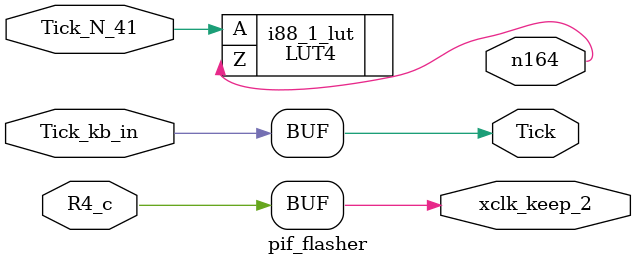
<source format=v>

module RTC (GSRn, LEDR, LEDG, R0, R1, R4);   // d:/dev/pif7000_rtc/hdl/rtc.vhd(32[8:11])
    input GSRn /* synthesis black_box_pad_pin=1 */ ;   // d:/dev/pif7000_rtc/hdl/rtc.vhd(35[3:7])
    output LEDR /* synthesis black_box_pad_pin=1 */ ;   // d:/dev/pif7000_rtc/hdl/rtc.vhd(36[3:7])
    output LEDG;   // d:/dev/pif7000_rtc/hdl/rtc.vhd(37[3:7])
    output R0;   // d:/dev/pif7000_rtc/hdl/rtc.vhd(38[3:5])
    output R1;   // d:/dev/pif7000_rtc/hdl/rtc.vhd(39[3:5])
    output R4;   // d:/dev/pif7000_rtc/hdl/rtc.vhd(40[3:5])
    
    wire R4_c /* synthesis SET_AS_NETWORK=R4_c, is_clock=1 */ ;   // d:/dev/pif7000_rtc/hdl/rtc.vhd(40[3:5])
    wire GSRnX /* synthesis pullmode="UP" */ ;   // d:/dev/pif7000_rtc/hdl/rtc.vhd(80[8:13])
    
    wire R0_c, R1_c, red_flash, green_flash, GND_net, VCC_net;
    
    GSR GSR_INST (.GSR(GSRnX)) /* synthesis syn_black_box=true, syn_noprune=1, syn_instantiated=1 */ ;   // d:/dev/pif7000_rtc/hdl/rtc.vhd(98[11:14])
    OB REDL (.I(red_flash), .O(LEDR)) /* synthesis syn_black_box=true, syn_instantiated=1 */ ;   // d:/dev/pif7000_rtc/hdl/rtc.vhd(128[7:9])
    OB GRNL (.I(green_flash), .O(LEDG)) /* synthesis syn_black_box=true, syn_instantiated=1 */ ;   // d:/dev/pif7000_rtc/hdl/rtc.vhd(129[7:9])
    IB IBgsr (.I(GSRn), .O(GSRnX)) /* synthesis syn_black_box=true, syn_instantiated=1 */ ;   // d:/dev/pif7000_rtc/hdl/rtc.vhd(97[11:13])
    OB R4_pad (.I(R4_c), .O(R4));   // d:/dev/pif7000_rtc/hdl/rtc.vhd(40[3:5])
    OB R1_pad (.I(R1_c), .O(R1));   // d:/dev/pif7000_rtc/hdl/rtc.vhd(39[3:5])
    OB R0_pad (.I(R0_c), .O(R0));   // d:/dev/pif7000_rtc/hdl/rtc.vhd(38[3:5])
    PUR PUR_INST (.PUR(VCC_net));
    defparam PUR_INST.RST_PULSE = 1;
    VLO i1 (.Z(GND_net));
    TSALL TSALL_INST (.TSALL(GND_net));
    PIF_RTC comp_PIF_RTC (.R0_c(R0_c), .R4_c(R4_c), .R1_c(R1_c), .GND_net(GND_net));   // d:/dev/pif7000_rtc/hdl/rtc.vhd(116[16:23])
    pif_flasher_U0 F (.GND_net(GND_net), .R4_c(R4_c), .red_flash(red_flash), 
            .green_flash(green_flash));   // d:/dev/pif7000_rtc/hdl/rtc.vhd(105[5:16])
    VHI i179 (.Z(VCC_net));
    
endmodule
//
// Verilog Description of module PUR
// module not written out since it is a black-box. 
//

//
// Verilog Description of module TSALL
// module not written out since it is a black-box. 
//

//
// Verilog Description of module PIF_RTC
//

module PIF_RTC (R0_c, R4_c, R1_c, GND_net);
    output R0_c;
    input R4_c;
    output R1_c;
    input GND_net;
    
    wire R4_c /* synthesis SET_AS_NETWORK=R4_c, is_clock=1 */ ;   // d:/dev/pif7000_rtc/hdl/rtc.vhd(40[3:5])
    wire [23:0]one_sec_cnt;   // d:/dev/pif7000_rtc/hdl/pif_rtc.vhd(61[8:19])
    
    wire n17, PPS_P_N_131, PPS_R_N_132, n163;
    wire [23:0]n101;
    
    wire n208, n207, n206, n205, n204, n203, n24, n202, n201, 
        n200, n199, n18, n198, n197, n26, n22, n265, n15, 
        n16;
    
    LUT4 i7_4_lut (.A(one_sec_cnt[12]), .B(one_sec_cnt[22]), .C(one_sec_cnt[23]), 
         .D(one_sec_cnt[13]), .Z(n17)) /* synthesis lut_function=(A (B (C (D)))) */ ;
    defparam i7_4_lut.init = 16'h8000;
    FD1S3AX pps_p_sig_19 (.D(PPS_P_N_131), .CK(R4_c), .Q(R0_c)) /* synthesis LSE_LINE_FILE_ID=22, LSE_LCOL=16, LSE_RCOL=23, LSE_LLINE=116, LSE_RLINE=116 */ ;   // d:/dev/pif7000_rtc/hdl/pif_rtc.vhd(71[2] 82[9])
    defparam pps_p_sig_19.GSR = "ENABLED";
    FD1S3AX pps_r_sig_20 (.D(PPS_R_N_132), .CK(R4_c), .Q(R1_c)) /* synthesis LSE_LINE_FILE_ID=22, LSE_LCOL=16, LSE_RCOL=23, LSE_LLINE=116, LSE_RLINE=116 */ ;   // d:/dev/pif7000_rtc/hdl/pif_rtc.vhd(71[2] 82[9])
    defparam pps_r_sig_20.GSR = "ENABLED";
    FD1S3IX one_sec_cnt_15__i0 (.D(n101[0]), .CK(R4_c), .CD(n163), .Q(one_sec_cnt[0])) /* synthesis syn_use_carry_chain=1 */ ;   // C:/lscc/diamond/3.7_x64/ispfpga/vhdl_packages/numeric_std.vhd(1241[12:13])
    defparam one_sec_cnt_15__i0.GSR = "ENABLED";
    CCU2D one_sec_cnt_15_add_4_25 (.A0(one_sec_cnt[23]), .B0(GND_net), .C0(GND_net), 
          .D0(GND_net), .A1(GND_net), .B1(GND_net), .C1(GND_net), .D1(GND_net), 
          .CIN(n208), .S0(n101[23]));   // C:/lscc/diamond/3.7_x64/ispfpga/vhdl_packages/numeric_std.vhd(1241[12:13])
    defparam one_sec_cnt_15_add_4_25.INIT0 = 16'hfaaa;
    defparam one_sec_cnt_15_add_4_25.INIT1 = 16'h0000;
    defparam one_sec_cnt_15_add_4_25.INJECT1_0 = "NO";
    defparam one_sec_cnt_15_add_4_25.INJECT1_1 = "NO";
    CCU2D one_sec_cnt_15_add_4_23 (.A0(one_sec_cnt[21]), .B0(GND_net), .C0(GND_net), 
          .D0(GND_net), .A1(one_sec_cnt[22]), .B1(GND_net), .C1(GND_net), 
          .D1(GND_net), .CIN(n207), .COUT(n208), .S0(n101[21]), .S1(n101[22]));   // C:/lscc/diamond/3.7_x64/ispfpga/vhdl_packages/numeric_std.vhd(1241[12:13])
    defparam one_sec_cnt_15_add_4_23.INIT0 = 16'hfaaa;
    defparam one_sec_cnt_15_add_4_23.INIT1 = 16'hfaaa;
    defparam one_sec_cnt_15_add_4_23.INJECT1_0 = "NO";
    defparam one_sec_cnt_15_add_4_23.INJECT1_1 = "NO";
    CCU2D one_sec_cnt_15_add_4_21 (.A0(one_sec_cnt[19]), .B0(GND_net), .C0(GND_net), 
          .D0(GND_net), .A1(one_sec_cnt[20]), .B1(GND_net), .C1(GND_net), 
          .D1(GND_net), .CIN(n206), .COUT(n207), .S0(n101[19]), .S1(n101[20]));   // C:/lscc/diamond/3.7_x64/ispfpga/vhdl_packages/numeric_std.vhd(1241[12:13])
    defparam one_sec_cnt_15_add_4_21.INIT0 = 16'hfaaa;
    defparam one_sec_cnt_15_add_4_21.INIT1 = 16'hfaaa;
    defparam one_sec_cnt_15_add_4_21.INJECT1_0 = "NO";
    defparam one_sec_cnt_15_add_4_21.INJECT1_1 = "NO";
    CCU2D one_sec_cnt_15_add_4_19 (.A0(one_sec_cnt[17]), .B0(GND_net), .C0(GND_net), 
          .D0(GND_net), .A1(one_sec_cnt[18]), .B1(GND_net), .C1(GND_net), 
          .D1(GND_net), .CIN(n205), .COUT(n206), .S0(n101[17]), .S1(n101[18]));   // C:/lscc/diamond/3.7_x64/ispfpga/vhdl_packages/numeric_std.vhd(1241[12:13])
    defparam one_sec_cnt_15_add_4_19.INIT0 = 16'hfaaa;
    defparam one_sec_cnt_15_add_4_19.INIT1 = 16'hfaaa;
    defparam one_sec_cnt_15_add_4_19.INJECT1_0 = "NO";
    defparam one_sec_cnt_15_add_4_19.INJECT1_1 = "NO";
    CCU2D one_sec_cnt_15_add_4_17 (.A0(one_sec_cnt[15]), .B0(GND_net), .C0(GND_net), 
          .D0(GND_net), .A1(one_sec_cnt[16]), .B1(GND_net), .C1(GND_net), 
          .D1(GND_net), .CIN(n204), .COUT(n205), .S0(n101[15]), .S1(n101[16]));   // C:/lscc/diamond/3.7_x64/ispfpga/vhdl_packages/numeric_std.vhd(1241[12:13])
    defparam one_sec_cnt_15_add_4_17.INIT0 = 16'hfaaa;
    defparam one_sec_cnt_15_add_4_17.INIT1 = 16'hfaaa;
    defparam one_sec_cnt_15_add_4_17.INJECT1_0 = "NO";
    defparam one_sec_cnt_15_add_4_17.INJECT1_1 = "NO";
    CCU2D one_sec_cnt_15_add_4_15 (.A0(one_sec_cnt[13]), .B0(GND_net), .C0(GND_net), 
          .D0(GND_net), .A1(one_sec_cnt[14]), .B1(GND_net), .C1(GND_net), 
          .D1(GND_net), .CIN(n203), .COUT(n204), .S0(n101[13]), .S1(n101[14]));   // C:/lscc/diamond/3.7_x64/ispfpga/vhdl_packages/numeric_std.vhd(1241[12:13])
    defparam one_sec_cnt_15_add_4_15.INIT0 = 16'hfaaa;
    defparam one_sec_cnt_15_add_4_15.INIT1 = 16'hfaaa;
    defparam one_sec_cnt_15_add_4_15.INJECT1_0 = "NO";
    defparam one_sec_cnt_15_add_4_15.INJECT1_1 = "NO";
    LUT4 i10_4_lut (.A(one_sec_cnt[6]), .B(one_sec_cnt[10]), .C(one_sec_cnt[20]), 
         .D(one_sec_cnt[21]), .Z(n24)) /* synthesis lut_function=(A+(B+(C+(D)))) */ ;   // d:/dev/pif7000_rtc/hdl/pif_rtc.vhd(77[7:35])
    defparam i10_4_lut.init = 16'hfffe;
    CCU2D one_sec_cnt_15_add_4_13 (.A0(one_sec_cnt[11]), .B0(GND_net), .C0(GND_net), 
          .D0(GND_net), .A1(one_sec_cnt[12]), .B1(GND_net), .C1(GND_net), 
          .D1(GND_net), .CIN(n202), .COUT(n203), .S0(n101[11]), .S1(n101[12]));   // C:/lscc/diamond/3.7_x64/ispfpga/vhdl_packages/numeric_std.vhd(1241[12:13])
    defparam one_sec_cnt_15_add_4_13.INIT0 = 16'hfaaa;
    defparam one_sec_cnt_15_add_4_13.INIT1 = 16'hfaaa;
    defparam one_sec_cnt_15_add_4_13.INJECT1_0 = "NO";
    defparam one_sec_cnt_15_add_4_13.INJECT1_1 = "NO";
    CCU2D one_sec_cnt_15_add_4_11 (.A0(one_sec_cnt[9]), .B0(GND_net), .C0(GND_net), 
          .D0(GND_net), .A1(one_sec_cnt[10]), .B1(GND_net), .C1(GND_net), 
          .D1(GND_net), .CIN(n201), .COUT(n202), .S0(n101[9]), .S1(n101[10]));   // C:/lscc/diamond/3.7_x64/ispfpga/vhdl_packages/numeric_std.vhd(1241[12:13])
    defparam one_sec_cnt_15_add_4_11.INIT0 = 16'hfaaa;
    defparam one_sec_cnt_15_add_4_11.INIT1 = 16'hfaaa;
    defparam one_sec_cnt_15_add_4_11.INJECT1_0 = "NO";
    defparam one_sec_cnt_15_add_4_11.INJECT1_1 = "NO";
    CCU2D one_sec_cnt_15_add_4_9 (.A0(one_sec_cnt[7]), .B0(GND_net), .C0(GND_net), 
          .D0(GND_net), .A1(one_sec_cnt[8]), .B1(GND_net), .C1(GND_net), 
          .D1(GND_net), .CIN(n200), .COUT(n201), .S0(n101[7]), .S1(n101[8]));   // C:/lscc/diamond/3.7_x64/ispfpga/vhdl_packages/numeric_std.vhd(1241[12:13])
    defparam one_sec_cnt_15_add_4_9.INIT0 = 16'hfaaa;
    defparam one_sec_cnt_15_add_4_9.INIT1 = 16'hfaaa;
    defparam one_sec_cnt_15_add_4_9.INJECT1_0 = "NO";
    defparam one_sec_cnt_15_add_4_9.INJECT1_1 = "NO";
    CCU2D one_sec_cnt_15_add_4_7 (.A0(one_sec_cnt[5]), .B0(GND_net), .C0(GND_net), 
          .D0(GND_net), .A1(one_sec_cnt[6]), .B1(GND_net), .C1(GND_net), 
          .D1(GND_net), .CIN(n199), .COUT(n200), .S0(n101[5]), .S1(n101[6]));   // C:/lscc/diamond/3.7_x64/ispfpga/vhdl_packages/numeric_std.vhd(1241[12:13])
    defparam one_sec_cnt_15_add_4_7.INIT0 = 16'hfaaa;
    defparam one_sec_cnt_15_add_4_7.INIT1 = 16'hfaaa;
    defparam one_sec_cnt_15_add_4_7.INJECT1_0 = "NO";
    defparam one_sec_cnt_15_add_4_7.INJECT1_1 = "NO";
    LUT4 i4_2_lut (.A(one_sec_cnt[18]), .B(one_sec_cnt[1]), .Z(n18)) /* synthesis lut_function=(A+(B)) */ ;   // d:/dev/pif7000_rtc/hdl/pif_rtc.vhd(77[7:35])
    defparam i4_2_lut.init = 16'heeee;
    CCU2D one_sec_cnt_15_add_4_5 (.A0(one_sec_cnt[3]), .B0(GND_net), .C0(GND_net), 
          .D0(GND_net), .A1(one_sec_cnt[4]), .B1(GND_net), .C1(GND_net), 
          .D1(GND_net), .CIN(n198), .COUT(n199), .S0(n101[3]), .S1(n101[4]));   // C:/lscc/diamond/3.7_x64/ispfpga/vhdl_packages/numeric_std.vhd(1241[12:13])
    defparam one_sec_cnt_15_add_4_5.INIT0 = 16'hfaaa;
    defparam one_sec_cnt_15_add_4_5.INIT1 = 16'hfaaa;
    defparam one_sec_cnt_15_add_4_5.INJECT1_0 = "NO";
    defparam one_sec_cnt_15_add_4_5.INJECT1_1 = "NO";
    CCU2D one_sec_cnt_15_add_4_3 (.A0(one_sec_cnt[1]), .B0(GND_net), .C0(GND_net), 
          .D0(GND_net), .A1(one_sec_cnt[2]), .B1(GND_net), .C1(GND_net), 
          .D1(GND_net), .CIN(n197), .COUT(n198), .S0(n101[1]), .S1(n101[2]));   // C:/lscc/diamond/3.7_x64/ispfpga/vhdl_packages/numeric_std.vhd(1241[12:13])
    defparam one_sec_cnt_15_add_4_3.INIT0 = 16'hfaaa;
    defparam one_sec_cnt_15_add_4_3.INIT1 = 16'hfaaa;
    defparam one_sec_cnt_15_add_4_3.INJECT1_0 = "NO";
    defparam one_sec_cnt_15_add_4_3.INJECT1_1 = "NO";
    LUT4 i1_2_lut (.A(R1_c), .B(n163), .Z(PPS_R_N_132)) /* synthesis lut_function=(!(A (B)+!A !(B))) */ ;
    defparam i1_2_lut.init = 16'h6666;
    LUT4 i165_4_lut (.A(one_sec_cnt[9]), .B(n26), .C(n22), .D(one_sec_cnt[11]), 
         .Z(n265)) /* synthesis lut_function=(!(A+(B+(C+(D))))) */ ;   // d:/dev/pif7000_rtc/hdl/pif_rtc.vhd(77[7:35])
    defparam i165_4_lut.init = 16'h0001;
    LUT4 i5_2_lut (.A(one_sec_cnt[15]), .B(one_sec_cnt[19]), .Z(n15)) /* synthesis lut_function=(A (B)) */ ;
    defparam i5_2_lut.init = 16'h8888;
    LUT4 i6_4_lut (.A(one_sec_cnt[14]), .B(one_sec_cnt[5]), .C(one_sec_cnt[17]), 
         .D(one_sec_cnt[8]), .Z(n16)) /* synthesis lut_function=(A (B (C (D)))) */ ;
    defparam i6_4_lut.init = 16'h8000;
    LUT4 i12_4_lut (.A(one_sec_cnt[2]), .B(n24), .C(n18), .D(one_sec_cnt[4]), 
         .Z(n26)) /* synthesis lut_function=(A+(B+(C+(D)))) */ ;   // d:/dev/pif7000_rtc/hdl/pif_rtc.vhd(77[7:35])
    defparam i12_4_lut.init = 16'hfffe;
    LUT4 i8_4_lut (.A(one_sec_cnt[7]), .B(one_sec_cnt[0]), .C(one_sec_cnt[3]), 
         .D(one_sec_cnt[16]), .Z(n22)) /* synthesis lut_function=(A+(B+(C+(D)))) */ ;   // d:/dev/pif7000_rtc/hdl/pif_rtc.vhd(77[7:35])
    defparam i8_4_lut.init = 16'hfffe;
    LUT4 i1_2_lut_adj_9 (.A(R0_c), .B(n163), .Z(PPS_P_N_131)) /* synthesis lut_function=(!(A (B)+!A !(B))) */ ;
    defparam i1_2_lut_adj_9.init = 16'h6666;
    FD1S3IX one_sec_cnt_15__i23 (.D(n101[23]), .CK(R4_c), .CD(n163), .Q(one_sec_cnt[23])) /* synthesis syn_use_carry_chain=1 */ ;   // C:/lscc/diamond/3.7_x64/ispfpga/vhdl_packages/numeric_std.vhd(1241[12:13])
    defparam one_sec_cnt_15__i23.GSR = "ENABLED";
    FD1S3IX one_sec_cnt_15__i22 (.D(n101[22]), .CK(R4_c), .CD(n163), .Q(one_sec_cnt[22])) /* synthesis syn_use_carry_chain=1 */ ;   // C:/lscc/diamond/3.7_x64/ispfpga/vhdl_packages/numeric_std.vhd(1241[12:13])
    defparam one_sec_cnt_15__i22.GSR = "ENABLED";
    FD1S3IX one_sec_cnt_15__i21 (.D(n101[21]), .CK(R4_c), .CD(n163), .Q(one_sec_cnt[21])) /* synthesis syn_use_carry_chain=1 */ ;   // C:/lscc/diamond/3.7_x64/ispfpga/vhdl_packages/numeric_std.vhd(1241[12:13])
    defparam one_sec_cnt_15__i21.GSR = "ENABLED";
    FD1S3IX one_sec_cnt_15__i20 (.D(n101[20]), .CK(R4_c), .CD(n163), .Q(one_sec_cnt[20])) /* synthesis syn_use_carry_chain=1 */ ;   // C:/lscc/diamond/3.7_x64/ispfpga/vhdl_packages/numeric_std.vhd(1241[12:13])
    defparam one_sec_cnt_15__i20.GSR = "ENABLED";
    FD1S3IX one_sec_cnt_15__i19 (.D(n101[19]), .CK(R4_c), .CD(n163), .Q(one_sec_cnt[19])) /* synthesis syn_use_carry_chain=1 */ ;   // C:/lscc/diamond/3.7_x64/ispfpga/vhdl_packages/numeric_std.vhd(1241[12:13])
    defparam one_sec_cnt_15__i19.GSR = "ENABLED";
    FD1S3IX one_sec_cnt_15__i18 (.D(n101[18]), .CK(R4_c), .CD(n163), .Q(one_sec_cnt[18])) /* synthesis syn_use_carry_chain=1 */ ;   // C:/lscc/diamond/3.7_x64/ispfpga/vhdl_packages/numeric_std.vhd(1241[12:13])
    defparam one_sec_cnt_15__i18.GSR = "ENABLED";
    FD1S3IX one_sec_cnt_15__i17 (.D(n101[17]), .CK(R4_c), .CD(n163), .Q(one_sec_cnt[17])) /* synthesis syn_use_carry_chain=1 */ ;   // C:/lscc/diamond/3.7_x64/ispfpga/vhdl_packages/numeric_std.vhd(1241[12:13])
    defparam one_sec_cnt_15__i17.GSR = "ENABLED";
    FD1S3IX one_sec_cnt_15__i16 (.D(n101[16]), .CK(R4_c), .CD(n163), .Q(one_sec_cnt[16])) /* synthesis syn_use_carry_chain=1 */ ;   // C:/lscc/diamond/3.7_x64/ispfpga/vhdl_packages/numeric_std.vhd(1241[12:13])
    defparam one_sec_cnt_15__i16.GSR = "ENABLED";
    FD1S3IX one_sec_cnt_15__i15 (.D(n101[15]), .CK(R4_c), .CD(n163), .Q(one_sec_cnt[15])) /* synthesis syn_use_carry_chain=1 */ ;   // C:/lscc/diamond/3.7_x64/ispfpga/vhdl_packages/numeric_std.vhd(1241[12:13])
    defparam one_sec_cnt_15__i15.GSR = "ENABLED";
    FD1S3IX one_sec_cnt_15__i14 (.D(n101[14]), .CK(R4_c), .CD(n163), .Q(one_sec_cnt[14])) /* synthesis syn_use_carry_chain=1 */ ;   // C:/lscc/diamond/3.7_x64/ispfpga/vhdl_packages/numeric_std.vhd(1241[12:13])
    defparam one_sec_cnt_15__i14.GSR = "ENABLED";
    FD1S3IX one_sec_cnt_15__i13 (.D(n101[13]), .CK(R4_c), .CD(n163), .Q(one_sec_cnt[13])) /* synthesis syn_use_carry_chain=1 */ ;   // C:/lscc/diamond/3.7_x64/ispfpga/vhdl_packages/numeric_std.vhd(1241[12:13])
    defparam one_sec_cnt_15__i13.GSR = "ENABLED";
    FD1S3IX one_sec_cnt_15__i12 (.D(n101[12]), .CK(R4_c), .CD(n163), .Q(one_sec_cnt[12])) /* synthesis syn_use_carry_chain=1 */ ;   // C:/lscc/diamond/3.7_x64/ispfpga/vhdl_packages/numeric_std.vhd(1241[12:13])
    defparam one_sec_cnt_15__i12.GSR = "ENABLED";
    FD1S3IX one_sec_cnt_15__i11 (.D(n101[11]), .CK(R4_c), .CD(n163), .Q(one_sec_cnt[11])) /* synthesis syn_use_carry_chain=1 */ ;   // C:/lscc/diamond/3.7_x64/ispfpga/vhdl_packages/numeric_std.vhd(1241[12:13])
    defparam one_sec_cnt_15__i11.GSR = "ENABLED";
    FD1S3IX one_sec_cnt_15__i10 (.D(n101[10]), .CK(R4_c), .CD(n163), .Q(one_sec_cnt[10])) /* synthesis syn_use_carry_chain=1 */ ;   // C:/lscc/diamond/3.7_x64/ispfpga/vhdl_packages/numeric_std.vhd(1241[12:13])
    defparam one_sec_cnt_15__i10.GSR = "ENABLED";
    FD1S3IX one_sec_cnt_15__i9 (.D(n101[9]), .CK(R4_c), .CD(n163), .Q(one_sec_cnt[9])) /* synthesis syn_use_carry_chain=1 */ ;   // C:/lscc/diamond/3.7_x64/ispfpga/vhdl_packages/numeric_std.vhd(1241[12:13])
    defparam one_sec_cnt_15__i9.GSR = "ENABLED";
    FD1S3IX one_sec_cnt_15__i8 (.D(n101[8]), .CK(R4_c), .CD(n163), .Q(one_sec_cnt[8])) /* synthesis syn_use_carry_chain=1 */ ;   // C:/lscc/diamond/3.7_x64/ispfpga/vhdl_packages/numeric_std.vhd(1241[12:13])
    defparam one_sec_cnt_15__i8.GSR = "ENABLED";
    FD1S3IX one_sec_cnt_15__i7 (.D(n101[7]), .CK(R4_c), .CD(n163), .Q(one_sec_cnt[7])) /* synthesis syn_use_carry_chain=1 */ ;   // C:/lscc/diamond/3.7_x64/ispfpga/vhdl_packages/numeric_std.vhd(1241[12:13])
    defparam one_sec_cnt_15__i7.GSR = "ENABLED";
    FD1S3IX one_sec_cnt_15__i6 (.D(n101[6]), .CK(R4_c), .CD(n163), .Q(one_sec_cnt[6])) /* synthesis syn_use_carry_chain=1 */ ;   // C:/lscc/diamond/3.7_x64/ispfpga/vhdl_packages/numeric_std.vhd(1241[12:13])
    defparam one_sec_cnt_15__i6.GSR = "ENABLED";
    FD1S3IX one_sec_cnt_15__i5 (.D(n101[5]), .CK(R4_c), .CD(n163), .Q(one_sec_cnt[5])) /* synthesis syn_use_carry_chain=1 */ ;   // C:/lscc/diamond/3.7_x64/ispfpga/vhdl_packages/numeric_std.vhd(1241[12:13])
    defparam one_sec_cnt_15__i5.GSR = "ENABLED";
    FD1S3IX one_sec_cnt_15__i4 (.D(n101[4]), .CK(R4_c), .CD(n163), .Q(one_sec_cnt[4])) /* synthesis syn_use_carry_chain=1 */ ;   // C:/lscc/diamond/3.7_x64/ispfpga/vhdl_packages/numeric_std.vhd(1241[12:13])
    defparam one_sec_cnt_15__i4.GSR = "ENABLED";
    FD1S3IX one_sec_cnt_15__i3 (.D(n101[3]), .CK(R4_c), .CD(n163), .Q(one_sec_cnt[3])) /* synthesis syn_use_carry_chain=1 */ ;   // C:/lscc/diamond/3.7_x64/ispfpga/vhdl_packages/numeric_std.vhd(1241[12:13])
    defparam one_sec_cnt_15__i3.GSR = "ENABLED";
    FD1S3IX one_sec_cnt_15__i2 (.D(n101[2]), .CK(R4_c), .CD(n163), .Q(one_sec_cnt[2])) /* synthesis syn_use_carry_chain=1 */ ;   // C:/lscc/diamond/3.7_x64/ispfpga/vhdl_packages/numeric_std.vhd(1241[12:13])
    defparam one_sec_cnt_15__i2.GSR = "ENABLED";
    FD1S3IX one_sec_cnt_15__i1 (.D(n101[1]), .CK(R4_c), .CD(n163), .Q(one_sec_cnt[1])) /* synthesis syn_use_carry_chain=1 */ ;   // C:/lscc/diamond/3.7_x64/ispfpga/vhdl_packages/numeric_std.vhd(1241[12:13])
    defparam one_sec_cnt_15__i1.GSR = "ENABLED";
    LUT4 i166_4_lut (.A(n17), .B(n265), .C(n15), .D(n16), .Z(n163)) /* synthesis lut_function=(A (B (C (D)))) */ ;   // d:/dev/pif7000_rtc/hdl/pif_rtc.vhd(77[7:35])
    defparam i166_4_lut.init = 16'h8000;
    CCU2D one_sec_cnt_15_add_4_1 (.A0(GND_net), .B0(GND_net), .C0(GND_net), 
          .D0(GND_net), .A1(one_sec_cnt[0]), .B1(GND_net), .C1(GND_net), 
          .D1(GND_net), .COUT(n197), .S1(n101[0]));   // C:/lscc/diamond/3.7_x64/ispfpga/vhdl_packages/numeric_std.vhd(1241[12:13])
    defparam one_sec_cnt_15_add_4_1.INIT0 = 16'hF000;
    defparam one_sec_cnt_15_add_4_1.INIT1 = 16'h0555;
    defparam one_sec_cnt_15_add_4_1.INJECT1_0 = "NO";
    defparam one_sec_cnt_15_add_4_1.INJECT1_1 = "NO";
    
endmodule
//
// Verilog Description of module pif_flasher_U0
//

module pif_flasher_U0 (GND_net, R4_c, red_flash, green_flash);
    input GND_net;
    output R4_c;
    output red_flash;
    output green_flash;
    
    wire R4_c /* synthesis SET_AS_NETWORK=R4_c, is_clock=1 */ ;   // d:/dev/pif7000_rtc/hdl/rtc.vhd(40[3:5])
    wire [5:0]Accum;   // d:/dev/pif7000_rtc/hdl/piffla.vhd(111[10:15])
    wire [6:0]DeltaReg;   // d:/dev/pif7000_rtc/hdl/piffla.vhd(114[10:18])
    wire [5:0]Accum_5__N_21;
    
    wire LedOn, n261, n2, n287, n289, n288, Tick;
    wire [6:0]n33;
    wire [4:0]n26;
    
    wire Tick_N_41, n221, n220, n219;
    
    LUT4 i2_3_lut_4_lut (.A(Accum[0]), .B(DeltaReg[0]), .C(Accum[1]), 
         .D(DeltaReg[1]), .Z(Accum_5__N_21[1])) /* synthesis lut_function=(A (B (C (D)+!C !(D))+!B !(C (D)+!C !(D)))+!A !(C (D)+!C !(D))) */ ;   // d:/dev/pif7000_rtc/hdl/piffla.vhd(182[18:21])
    defparam i2_3_lut_4_lut.init = 16'h8778;
    OSCH OSCInst0 (.STDBY(GND_net), .OSC(R4_c)) /* synthesis nom_freq="26.60", syn_instantiated=1, LSE_LINE_FILE_ID=22, LSE_LCOL=5, LSE_RCOL=16, LSE_LLINE=105, LSE_RLINE=105 */ ;   // d:/dev/pif7000_rtc/hdl/rtc.vhd(105[5:16])
    defparam OSCInst0.NOM_FREQ = "26.60";
    FD1S3AX LedOn_36 (.D(Accum[5]), .CK(R4_c), .Q(LedOn)) /* synthesis LSE_LINE_FILE_ID=22, LSE_LCOL=5, LSE_RCOL=16, LSE_LLINE=105, LSE_RLINE=105 */ ;   // d:/dev/pif7000_rtc/hdl/piffla.vhd(176[5] 189[12])
    defparam LedOn_36.GSR = "DISABLED";
    FD1S3JX R_37 (.D(n261), .CK(R4_c), .PD(DeltaReg[6]), .Q(red_flash)) /* synthesis lse_init_val=0, LSE_LINE_FILE_ID=22, LSE_LCOL=5, LSE_RCOL=16, LSE_LLINE=105, LSE_RLINE=105 */ ;   // d:/dev/pif7000_rtc/hdl/piffla.vhd(176[5] 189[12])
    defparam R_37.GSR = "DISABLED";
    FD1S3JX G_38 (.D(n261), .CK(R4_c), .PD(n2), .Q(green_flash)) /* synthesis lse_init_val=0, LSE_LINE_FILE_ID=22, LSE_LCOL=5, LSE_RCOL=16, LSE_LLINE=105, LSE_RLINE=105 */ ;   // d:/dev/pif7000_rtc/hdl/piffla.vhd(176[5] 189[12])
    defparam G_38.GSR = "DISABLED";
    LUT4 i53_4_lut_3_lut (.A(DeltaReg[4]), .B(n287), .C(Accum[4]), .Z(Accum_5__N_21[5])) /* synthesis lut_function=(A (B+(C))+!A (B (C))) */ ;   // d:/dev/pif7000_rtc/hdl/piffla.vhd(182[18:21])
    defparam i53_4_lut_3_lut.init = 16'he8e8;
    LUT4 i32_4_lut_3_lut_rep_3_4_lut (.A(Accum[0]), .B(DeltaReg[0]), .C(Accum[1]), 
         .D(DeltaReg[1]), .Z(n289)) /* synthesis lut_function=(A (B (C+(D))+!B (C (D)))+!A (C (D))) */ ;   // d:/dev/pif7000_rtc/hdl/piffla.vhd(182[18:21])
    defparam i32_4_lut_3_lut_rep_3_4_lut.init = 16'hf880;
    LUT4 i46_4_lut_3_lut_rep_1 (.A(DeltaReg[3]), .B(n288), .C(Accum[3]), 
         .Z(n287)) /* synthesis lut_function=(A (B+(C))+!A (B (C))) */ ;   // d:/dev/pif7000_rtc/hdl/piffla.vhd(182[18:21])
    defparam i46_4_lut_3_lut_rep_1.init = 16'he8e8;
    FD1P3AX DeltaReg_14__i0 (.D(n33[0]), .SP(Tick), .CK(R4_c), .Q(DeltaReg[0])) /* synthesis syn_use_carry_chain=1 */ ;   // C:/lscc/diamond/3.7_x64/ispfpga/vhdl_packages/numeric_std.vhd(1241[12:13])
    defparam DeltaReg_14__i0.GSR = "DISABLED";
    FD1P3AX DeltaReg_14__i6 (.D(n33[6]), .SP(Tick), .CK(R4_c), .Q(DeltaReg[6])) /* synthesis syn_use_carry_chain=1 */ ;   // C:/lscc/diamond/3.7_x64/ispfpga/vhdl_packages/numeric_std.vhd(1241[12:13])
    defparam DeltaReg_14__i6.GSR = "DISABLED";
    LUT4 i19_2_lut (.A(Accum[0]), .B(DeltaReg[0]), .Z(n26[0])) /* synthesis lut_function=(!(A (B)+!A !(B))) */ ;   // d:/dev/pif7000_rtc/hdl/piffla.vhd(182[18:21])
    defparam i19_2_lut.init = 16'h6666;
    LUT4 i39_4_lut_3_lut_rep_2 (.A(DeltaReg[2]), .B(n289), .C(Accum[2]), 
         .Z(n288)) /* synthesis lut_function=(A (B+(C))+!A (B (C))) */ ;   // d:/dev/pif7000_rtc/hdl/piffla.vhd(182[18:21])
    defparam i39_4_lut_3_lut_rep_2.init = 16'he8e8;
    LUT4 Tick_I_0_1_lut (.A(Tick), .Z(Tick_N_41)) /* synthesis lut_function=(!(A)) */ ;   // d:/dev/pif7000_rtc/hdl/piffla.vhd(149[14:36])
    defparam Tick_I_0_1_lut.init = 16'h5555;
    FD1S3IX Accum__i0 (.D(n26[0]), .CK(R4_c), .CD(Tick), .Q(Accum[0])) /* synthesis lse_init_val=0, LSE_LINE_FILE_ID=22, LSE_LCOL=5, LSE_RCOL=16, LSE_LLINE=105, LSE_RLINE=105 */ ;   // d:/dev/pif7000_rtc/hdl/piffla.vhd(176[5] 189[12])
    defparam Accum__i0.GSR = "DISABLED";
    LUT4 i54_1_lut (.A(DeltaReg[6]), .Z(n2)) /* synthesis lut_function=(!(A)) */ ;   // d:/dev/pif7000_rtc/hdl/piffla.vhd(188[24:34])
    defparam i54_1_lut.init = 16'h5555;
    FD1P3AX DeltaReg_14__i5 (.D(n33[5]), .SP(Tick), .CK(R4_c), .Q(DeltaReg[5])) /* synthesis syn_use_carry_chain=1 */ ;   // C:/lscc/diamond/3.7_x64/ispfpga/vhdl_packages/numeric_std.vhd(1241[12:13])
    defparam DeltaReg_14__i5.GSR = "DISABLED";
    FD1P3AX DeltaReg_14__i4 (.D(n33[4]), .SP(Tick), .CK(R4_c), .Q(DeltaReg[4])) /* synthesis syn_use_carry_chain=1 */ ;   // C:/lscc/diamond/3.7_x64/ispfpga/vhdl_packages/numeric_std.vhd(1241[12:13])
    defparam DeltaReg_14__i4.GSR = "DISABLED";
    FD1P3AX DeltaReg_14__i3 (.D(n33[3]), .SP(Tick), .CK(R4_c), .Q(DeltaReg[3])) /* synthesis syn_use_carry_chain=1 */ ;   // C:/lscc/diamond/3.7_x64/ispfpga/vhdl_packages/numeric_std.vhd(1241[12:13])
    defparam DeltaReg_14__i3.GSR = "DISABLED";
    FD1P3AX DeltaReg_14__i2 (.D(n33[2]), .SP(Tick), .CK(R4_c), .Q(DeltaReg[2])) /* synthesis syn_use_carry_chain=1 */ ;   // C:/lscc/diamond/3.7_x64/ispfpga/vhdl_packages/numeric_std.vhd(1241[12:13])
    defparam DeltaReg_14__i2.GSR = "DISABLED";
    FD1P3AX DeltaReg_14__i1 (.D(n33[1]), .SP(Tick), .CK(R4_c), .Q(DeltaReg[1])) /* synthesis syn_use_carry_chain=1 */ ;   // C:/lscc/diamond/3.7_x64/ispfpga/vhdl_packages/numeric_std.vhd(1241[12:13])
    defparam DeltaReg_14__i1.GSR = "DISABLED";
    LUT4 i161_2_lut (.A(DeltaReg[5]), .B(LedOn), .Z(n261)) /* synthesis lut_function=(A (B)+!A !(B)) */ ;   // d:/dev/pif7000_rtc/hdl/piffla.vhd(187[22:78])
    defparam i161_2_lut.init = 16'h9999;
    FD1S3IX Accum__i5 (.D(Accum_5__N_21[5]), .CK(R4_c), .CD(Tick), .Q(Accum[5])) /* synthesis lse_init_val=0, LSE_LINE_FILE_ID=22, LSE_LCOL=5, LSE_RCOL=16, LSE_LLINE=105, LSE_RLINE=105 */ ;   // d:/dev/pif7000_rtc/hdl/piffla.vhd(176[5] 189[12])
    defparam Accum__i5.GSR = "DISABLED";
    LUT4 i2_3_lut (.A(n289), .B(DeltaReg[2]), .C(Accum[2]), .Z(Accum_5__N_21[2])) /* synthesis lut_function=(A (B (C)+!B !(C))+!A !(B (C)+!B !(C))) */ ;   // d:/dev/pif7000_rtc/hdl/piffla.vhd(182[18:21])
    defparam i2_3_lut.init = 16'h9696;
    \DownCounter(18)_c15  DownCounter_18__i205 (.Tick(Tick), .R4_c(R4_c), 
            .Tick_N_41(Tick_N_41));
    CCU2D DeltaReg_14_add_4_7 (.A0(DeltaReg[5]), .B0(GND_net), .C0(GND_net), 
          .D0(GND_net), .A1(DeltaReg[6]), .B1(GND_net), .C1(GND_net), 
          .D1(GND_net), .CIN(n221), .S0(n33[5]), .S1(n33[6]));   // C:/lscc/diamond/3.7_x64/ispfpga/vhdl_packages/numeric_std.vhd(1241[12:13])
    defparam DeltaReg_14_add_4_7.INIT0 = 16'hfaaa;
    defparam DeltaReg_14_add_4_7.INIT1 = 16'hfaaa;
    defparam DeltaReg_14_add_4_7.INJECT1_0 = "NO";
    defparam DeltaReg_14_add_4_7.INJECT1_1 = "NO";
    CCU2D DeltaReg_14_add_4_5 (.A0(DeltaReg[3]), .B0(GND_net), .C0(GND_net), 
          .D0(GND_net), .A1(DeltaReg[4]), .B1(GND_net), .C1(GND_net), 
          .D1(GND_net), .CIN(n220), .COUT(n221), .S0(n33[3]), .S1(n33[4]));   // C:/lscc/diamond/3.7_x64/ispfpga/vhdl_packages/numeric_std.vhd(1241[12:13])
    defparam DeltaReg_14_add_4_5.INIT0 = 16'hfaaa;
    defparam DeltaReg_14_add_4_5.INIT1 = 16'hfaaa;
    defparam DeltaReg_14_add_4_5.INJECT1_0 = "NO";
    defparam DeltaReg_14_add_4_5.INJECT1_1 = "NO";
    CCU2D DeltaReg_14_add_4_3 (.A0(DeltaReg[1]), .B0(GND_net), .C0(GND_net), 
          .D0(GND_net), .A1(DeltaReg[2]), .B1(GND_net), .C1(GND_net), 
          .D1(GND_net), .CIN(n219), .COUT(n220), .S0(n33[1]), .S1(n33[2]));   // C:/lscc/diamond/3.7_x64/ispfpga/vhdl_packages/numeric_std.vhd(1241[12:13])
    defparam DeltaReg_14_add_4_3.INIT0 = 16'hfaaa;
    defparam DeltaReg_14_add_4_3.INIT1 = 16'hfaaa;
    defparam DeltaReg_14_add_4_3.INJECT1_0 = "NO";
    defparam DeltaReg_14_add_4_3.INJECT1_1 = "NO";
    CCU2D DeltaReg_14_add_4_1 (.A0(GND_net), .B0(GND_net), .C0(GND_net), 
          .D0(GND_net), .A1(DeltaReg[0]), .B1(GND_net), .C1(GND_net), 
          .D1(GND_net), .COUT(n219), .S1(n33[0]));   // C:/lscc/diamond/3.7_x64/ispfpga/vhdl_packages/numeric_std.vhd(1241[12:13])
    defparam DeltaReg_14_add_4_1.INIT0 = 16'hF000;
    defparam DeltaReg_14_add_4_1.INIT1 = 16'h0555;
    defparam DeltaReg_14_add_4_1.INJECT1_0 = "NO";
    defparam DeltaReg_14_add_4_1.INJECT1_1 = "NO";
    LUT4 i2_3_lut_adj_7 (.A(n288), .B(DeltaReg[3]), .C(Accum[3]), .Z(Accum_5__N_21[3])) /* synthesis lut_function=(A (B (C)+!B !(C))+!A !(B (C)+!B !(C))) */ ;   // d:/dev/pif7000_rtc/hdl/piffla.vhd(182[18:21])
    defparam i2_3_lut_adj_7.init = 16'h9696;
    LUT4 i2_3_lut_adj_8 (.A(n287), .B(DeltaReg[4]), .C(Accum[4]), .Z(Accum_5__N_21[4])) /* synthesis lut_function=(A (B (C)+!B !(C))+!A !(B (C)+!B !(C))) */ ;   // d:/dev/pif7000_rtc/hdl/piffla.vhd(182[18:21])
    defparam i2_3_lut_adj_8.init = 16'h9696;
    FD1S3IX Accum__i4 (.D(Accum_5__N_21[4]), .CK(R4_c), .CD(Tick), .Q(Accum[4])) /* synthesis lse_init_val=0, LSE_LINE_FILE_ID=22, LSE_LCOL=5, LSE_RCOL=16, LSE_LLINE=105, LSE_RLINE=105 */ ;   // d:/dev/pif7000_rtc/hdl/piffla.vhd(176[5] 189[12])
    defparam Accum__i4.GSR = "DISABLED";
    FD1S3IX Accum__i3 (.D(Accum_5__N_21[3]), .CK(R4_c), .CD(Tick), .Q(Accum[3])) /* synthesis lse_init_val=0, LSE_LINE_FILE_ID=22, LSE_LCOL=5, LSE_RCOL=16, LSE_LLINE=105, LSE_RLINE=105 */ ;   // d:/dev/pif7000_rtc/hdl/piffla.vhd(176[5] 189[12])
    defparam Accum__i3.GSR = "DISABLED";
    FD1S3IX Accum__i2 (.D(Accum_5__N_21[2]), .CK(R4_c), .CD(Tick), .Q(Accum[2])) /* synthesis lse_init_val=0, LSE_LINE_FILE_ID=22, LSE_LCOL=5, LSE_RCOL=16, LSE_LLINE=105, LSE_RLINE=105 */ ;   // d:/dev/pif7000_rtc/hdl/piffla.vhd(176[5] 189[12])
    defparam Accum__i2.GSR = "DISABLED";
    FD1S3IX Accum__i1 (.D(Accum_5__N_21[1]), .CK(R4_c), .CD(Tick), .Q(Accum[1])) /* synthesis lse_init_val=0, LSE_LINE_FILE_ID=22, LSE_LCOL=5, LSE_RCOL=16, LSE_LLINE=105, LSE_RLINE=105 */ ;   // d:/dev/pif7000_rtc/hdl/piffla.vhd(176[5] 189[12])
    defparam Accum__i1.GSR = "DISABLED";
    
endmodule
//
// Verilog Description of module \DownCounter(18)_c15 
//

module \DownCounter(18)_c15  (Tick, R4_c, Tick_N_41) /* synthesis syn_hier="hard" */ ;
    output Tick;
    input R4_c;
    input Tick_N_41;
    
    wire R4_c /* synthesis SET_AS_NETWORK=R4_c, is_clock=1 */ ;   // d:/dev/pif7000_rtc/hdl/rtc.vhd(40[3:5])
    wire [18:0]n142;
    
    wire xclk_keep_2, n164;
    wire [18:0]n81;
    
    wire n217, GND_net, n216, n215, n214, n213, n212, n211, 
        n210, n209, VCC_net;
    
    FD1S3IX Ctr_17__i18 (.D(n81[18]), .CK(xclk_keep_2), .CD(n164), .Q(n142[18])) /* synthesis syn_use_carry_chain=1 */ ;   // C:/lscc/diamond/3.7_x64/ispfpga/vhdl_packages/numeric_std.vhd(1308[12:13])
    defparam Ctr_17__i18.GSR = "DISABLED";
    CCU2D Ctr_17_add_4_19 (.A0(n142[17]), .B0(GND_net), .C0(GND_net), 
          .D0(GND_net), .A1(n142[18]), .B1(GND_net), .C1(GND_net), .D1(GND_net), 
          .CIN(n217), .S0(n81[17]), .S1(n81[18]));   // C:/lscc/diamond/3.7_x64/ispfpga/vhdl_packages/numeric_std.vhd(1308[12:13])
    defparam Ctr_17_add_4_19.INIT0 = 16'h0555;
    defparam Ctr_17_add_4_19.INIT1 = 16'h0555;
    defparam Ctr_17_add_4_19.INJECT1_0 = "NO";
    defparam Ctr_17_add_4_19.INJECT1_1 = "NO";
    CCU2D Ctr_17_add_4_17 (.A0(n142[15]), .B0(GND_net), .C0(GND_net), 
          .D0(GND_net), .A1(n142[16]), .B1(GND_net), .C1(GND_net), .D1(GND_net), 
          .CIN(n216), .COUT(n217), .S0(n81[15]), .S1(n81[16]));   // C:/lscc/diamond/3.7_x64/ispfpga/vhdl_packages/numeric_std.vhd(1308[12:13])
    defparam Ctr_17_add_4_17.INIT0 = 16'h0555;
    defparam Ctr_17_add_4_17.INIT1 = 16'h0555;
    defparam Ctr_17_add_4_17.INJECT1_0 = "NO";
    defparam Ctr_17_add_4_17.INJECT1_1 = "NO";
    FD1S3JX Ctr_17__i17 (.D(n81[17]), .CK(xclk_keep_2), .PD(n164), .Q(n142[17])) /* synthesis syn_use_carry_chain=1 */ ;   // C:/lscc/diamond/3.7_x64/ispfpga/vhdl_packages/numeric_std.vhd(1308[12:13])
    defparam Ctr_17__i17.GSR = "DISABLED";
    CCU2D Ctr_17_add_4_15 (.A0(n142[13]), .B0(GND_net), .C0(GND_net), 
          .D0(GND_net), .A1(n142[14]), .B1(GND_net), .C1(GND_net), .D1(GND_net), 
          .CIN(n215), .COUT(n216), .S0(n81[13]), .S1(n81[14]));   // C:/lscc/diamond/3.7_x64/ispfpga/vhdl_packages/numeric_std.vhd(1308[12:13])
    defparam Ctr_17_add_4_15.INIT0 = 16'h0555;
    defparam Ctr_17_add_4_15.INIT1 = 16'h0555;
    defparam Ctr_17_add_4_15.INJECT1_0 = "NO";
    defparam Ctr_17_add_4_15.INJECT1_1 = "NO";
    FD1S3JX Ctr_17__i15 (.D(n81[15]), .CK(xclk_keep_2), .PD(n164), .Q(n142[15])) /* synthesis syn_use_carry_chain=1 */ ;   // C:/lscc/diamond/3.7_x64/ispfpga/vhdl_packages/numeric_std.vhd(1308[12:13])
    defparam Ctr_17__i15.GSR = "DISABLED";
    FD1S3IX Ctr_17__i16 (.D(n81[16]), .CK(xclk_keep_2), .CD(n164), .Q(n142[16])) /* synthesis syn_use_carry_chain=1 */ ;   // C:/lscc/diamond/3.7_x64/ispfpga/vhdl_packages/numeric_std.vhd(1308[12:13])
    defparam Ctr_17__i16.GSR = "DISABLED";
    CCU2D Ctr_17_add_4_13 (.A0(n142[11]), .B0(GND_net), .C0(GND_net), 
          .D0(GND_net), .A1(n142[12]), .B1(GND_net), .C1(GND_net), .D1(GND_net), 
          .CIN(n214), .COUT(n215), .S0(n81[11]), .S1(n81[12]));   // C:/lscc/diamond/3.7_x64/ispfpga/vhdl_packages/numeric_std.vhd(1308[12:13])
    defparam Ctr_17_add_4_13.INIT0 = 16'h0555;
    defparam Ctr_17_add_4_13.INIT1 = 16'h0555;
    defparam Ctr_17_add_4_13.INJECT1_0 = "NO";
    defparam Ctr_17_add_4_13.INJECT1_1 = "NO";
    FD1S3JX Ctr_17__i13 (.D(n81[13]), .CK(xclk_keep_2), .PD(n164), .Q(n142[13])) /* synthesis syn_use_carry_chain=1 */ ;   // C:/lscc/diamond/3.7_x64/ispfpga/vhdl_packages/numeric_std.vhd(1308[12:13])
    defparam Ctr_17__i13.GSR = "DISABLED";
    FD1S3IX Ctr_17__i14 (.D(n81[14]), .CK(xclk_keep_2), .CD(n164), .Q(n142[14])) /* synthesis syn_use_carry_chain=1 */ ;   // C:/lscc/diamond/3.7_x64/ispfpga/vhdl_packages/numeric_std.vhd(1308[12:13])
    defparam Ctr_17__i14.GSR = "DISABLED";
    CCU2D Ctr_17_add_4_11 (.A0(n142[9]), .B0(GND_net), .C0(GND_net), .D0(GND_net), 
          .A1(n142[10]), .B1(GND_net), .C1(GND_net), .D1(GND_net), .CIN(n213), 
          .COUT(n214), .S0(n81[9]), .S1(n81[10]));   // C:/lscc/diamond/3.7_x64/ispfpga/vhdl_packages/numeric_std.vhd(1308[12:13])
    defparam Ctr_17_add_4_11.INIT0 = 16'h0555;
    defparam Ctr_17_add_4_11.INIT1 = 16'h0555;
    defparam Ctr_17_add_4_11.INJECT1_0 = "NO";
    defparam Ctr_17_add_4_11.INJECT1_1 = "NO";
    FD1S3IX Ctr_17__i11 (.D(n81[11]), .CK(xclk_keep_2), .CD(n164), .Q(n142[11])) /* synthesis syn_use_carry_chain=1 */ ;   // C:/lscc/diamond/3.7_x64/ispfpga/vhdl_packages/numeric_std.vhd(1308[12:13])
    defparam Ctr_17__i11.GSR = "DISABLED";
    FD1S3JX Ctr_17__i12 (.D(n81[12]), .CK(xclk_keep_2), .PD(n164), .Q(n142[12])) /* synthesis syn_use_carry_chain=1 */ ;   // C:/lscc/diamond/3.7_x64/ispfpga/vhdl_packages/numeric_std.vhd(1308[12:13])
    defparam Ctr_17__i12.GSR = "DISABLED";
    CCU2D Ctr_17_add_4_9 (.A0(n142[7]), .B0(GND_net), .C0(GND_net), .D0(GND_net), 
          .A1(n142[8]), .B1(GND_net), .C1(GND_net), .D1(GND_net), .CIN(n212), 
          .COUT(n213), .S0(n81[7]), .S1(n81[8]));   // C:/lscc/diamond/3.7_x64/ispfpga/vhdl_packages/numeric_std.vhd(1308[12:13])
    defparam Ctr_17_add_4_9.INIT0 = 16'h0555;
    defparam Ctr_17_add_4_9.INIT1 = 16'h0555;
    defparam Ctr_17_add_4_9.INJECT1_0 = "NO";
    defparam Ctr_17_add_4_9.INJECT1_1 = "NO";
    FD1S3IX Ctr_17__i9 (.D(n81[9]), .CK(xclk_keep_2), .CD(n164), .Q(n142[9])) /* synthesis syn_use_carry_chain=1 */ ;   // C:/lscc/diamond/3.7_x64/ispfpga/vhdl_packages/numeric_std.vhd(1308[12:13])
    defparam Ctr_17__i9.GSR = "DISABLED";
    FD1S3JX Ctr_17__i10 (.D(n81[10]), .CK(xclk_keep_2), .PD(n164), .Q(n142[10])) /* synthesis syn_use_carry_chain=1 */ ;   // C:/lscc/diamond/3.7_x64/ispfpga/vhdl_packages/numeric_std.vhd(1308[12:13])
    defparam Ctr_17__i10.GSR = "DISABLED";
    CCU2D Ctr_17_add_4_7 (.A0(n142[5]), .B0(GND_net), .C0(GND_net), .D0(GND_net), 
          .A1(n142[6]), .B1(GND_net), .C1(GND_net), .D1(GND_net), .CIN(n211), 
          .COUT(n212), .S0(n81[5]), .S1(n81[6]));   // C:/lscc/diamond/3.7_x64/ispfpga/vhdl_packages/numeric_std.vhd(1308[12:13])
    defparam Ctr_17_add_4_7.INIT0 = 16'h0555;
    defparam Ctr_17_add_4_7.INIT1 = 16'h0555;
    defparam Ctr_17_add_4_7.INJECT1_0 = "NO";
    defparam Ctr_17_add_4_7.INJECT1_1 = "NO";
    FD1S3JX Ctr_17__i7 (.D(n81[7]), .CK(xclk_keep_2), .PD(n164), .Q(n142[7])) /* synthesis syn_use_carry_chain=1 */ ;   // C:/lscc/diamond/3.7_x64/ispfpga/vhdl_packages/numeric_std.vhd(1308[12:13])
    defparam Ctr_17__i7.GSR = "DISABLED";
    FD1S3IX Ctr_17__i8 (.D(n81[8]), .CK(xclk_keep_2), .CD(n164), .Q(n142[8])) /* synthesis syn_use_carry_chain=1 */ ;   // C:/lscc/diamond/3.7_x64/ispfpga/vhdl_packages/numeric_std.vhd(1308[12:13])
    defparam Ctr_17__i8.GSR = "DISABLED";
    CCU2D Ctr_17_add_4_5 (.A0(n142[3]), .B0(GND_net), .C0(GND_net), .D0(GND_net), 
          .A1(n142[4]), .B1(GND_net), .C1(GND_net), .D1(GND_net), .CIN(n210), 
          .COUT(n211), .S0(n81[3]), .S1(n81[4]));   // C:/lscc/diamond/3.7_x64/ispfpga/vhdl_packages/numeric_std.vhd(1308[12:13])
    defparam Ctr_17_add_4_5.INIT0 = 16'h0555;
    defparam Ctr_17_add_4_5.INIT1 = 16'h0555;
    defparam Ctr_17_add_4_5.INJECT1_0 = "NO";
    defparam Ctr_17_add_4_5.INJECT1_1 = "NO";
    FD1S3JX Ctr_17__i5 (.D(n81[5]), .CK(xclk_keep_2), .PD(n164), .Q(n142[5])) /* synthesis syn_use_carry_chain=1 */ ;   // C:/lscc/diamond/3.7_x64/ispfpga/vhdl_packages/numeric_std.vhd(1308[12:13])
    defparam Ctr_17__i5.GSR = "DISABLED";
    FD1S3IX Ctr_17__i6 (.D(n81[6]), .CK(xclk_keep_2), .CD(n164), .Q(n142[6])) /* synthesis syn_use_carry_chain=1 */ ;   // C:/lscc/diamond/3.7_x64/ispfpga/vhdl_packages/numeric_std.vhd(1308[12:13])
    defparam Ctr_17__i6.GSR = "DISABLED";
    CCU2D Ctr_17_add_4_3 (.A0(n142[1]), .B0(GND_net), .C0(GND_net), .D0(GND_net), 
          .A1(n142[2]), .B1(GND_net), .C1(GND_net), .D1(GND_net), .CIN(n209), 
          .COUT(n210), .S0(n81[1]), .S1(n81[2]));   // C:/lscc/diamond/3.7_x64/ispfpga/vhdl_packages/numeric_std.vhd(1308[12:13])
    defparam Ctr_17_add_4_3.INIT0 = 16'h0555;
    defparam Ctr_17_add_4_3.INIT1 = 16'h0555;
    defparam Ctr_17_add_4_3.INJECT1_0 = "NO";
    defparam Ctr_17_add_4_3.INJECT1_1 = "NO";
    FD1S3IX Ctr_17__i3 (.D(n81[3]), .CK(xclk_keep_2), .CD(n164), .Q(n142[3])) /* synthesis syn_use_carry_chain=1 */ ;   // C:/lscc/diamond/3.7_x64/ispfpga/vhdl_packages/numeric_std.vhd(1308[12:13])
    defparam Ctr_17__i3.GSR = "DISABLED";
    FD1S3JX Ctr_17__i4 (.D(n81[4]), .CK(xclk_keep_2), .PD(n164), .Q(n142[4])) /* synthesis syn_use_carry_chain=1 */ ;   // C:/lscc/diamond/3.7_x64/ispfpga/vhdl_packages/numeric_std.vhd(1308[12:13])
    defparam Ctr_17__i4.GSR = "DISABLED";
    CCU2D Ctr_17_add_4_1 (.A0(GND_net), .B0(GND_net), .C0(GND_net), .D0(GND_net), 
          .A1(n142[0]), .B1(GND_net), .C1(GND_net), .D1(GND_net), .COUT(n209), 
          .S1(n81[0]));   // C:/lscc/diamond/3.7_x64/ispfpga/vhdl_packages/numeric_std.vhd(1308[12:13])
    defparam Ctr_17_add_4_1.INIT0 = 16'hF000;
    defparam Ctr_17_add_4_1.INIT1 = 16'h0555;
    defparam Ctr_17_add_4_1.INJECT1_0 = "NO";
    defparam Ctr_17_add_4_1.INJECT1_1 = "NO";
    FD1S3IX Ctr_17__i1 (.D(n81[1]), .CK(xclk_keep_2), .CD(n164), .Q(n142[1])) /* synthesis syn_use_carry_chain=1 */ ;   // C:/lscc/diamond/3.7_x64/ispfpga/vhdl_packages/numeric_std.vhd(1308[12:13])
    defparam Ctr_17__i1.GSR = "DISABLED";
    FD1S3JX Ctr_17__i2 (.D(n81[2]), .CK(xclk_keep_2), .PD(n164), .Q(n142[2])) /* synthesis syn_use_carry_chain=1 */ ;   // C:/lscc/diamond/3.7_x64/ispfpga/vhdl_packages/numeric_std.vhd(1308[12:13])
    defparam Ctr_17__i2.GSR = "DISABLED";
    FD1S3JX Ctr_17__i0 (.D(n81[0]), .CK(xclk_keep_2), .PD(n164), .Q(n142[0])) /* synthesis syn_use_carry_chain=1 */ ;   // C:/lscc/diamond/3.7_x64/ispfpga/vhdl_packages/numeric_std.vhd(1308[12:13])
    defparam Ctr_17__i0.GSR = "DISABLED";
    VLO HierGndInst_1 (.Z(GND_net));
    pif_flasher F (.Tick(Tick), .Tick_kb_in(n142[18]), .R4_c(R4_c), .xclk_keep_2(xclk_keep_2), 
            .n164(n164), .Tick_N_41(Tick_N_41));   // d:/dev/pif7000_rtc/hdl/rtc.vhd(105[5:16])
    VHI HierPwrInst_1 (.Z(VCC_net));
    
endmodule
//
// Verilog Description of module pif_flasher
//

module pif_flasher (Tick, Tick_kb_in, R4_c, xclk_keep_2, n164, Tick_N_41);
    output Tick;
    input Tick_kb_in;
    input R4_c;
    output xclk_keep_2;
    output n164;
    input Tick_N_41;
    
    wire xclk_keep_2 /* synthesis SET_AS_NETWORK=R4_c, is_clock=1 */ ;   // d:/dev/pif7000_rtc/hdl/rtc.vhd(40[3:5])
    
    assign Tick = Tick_kb_in;
    assign xclk_keep_2 = R4_c;
    LUT4 i88_1_lut (.A(Tick_N_41), .Z(n164)) /* synthesis lut_function=(!(A)) */ ;   // d:/dev/pif7000_rtc/hdl/rtc.vhd(105[5:16])
    defparam i88_1_lut.init = 16'h5555;
    
endmodule

</source>
